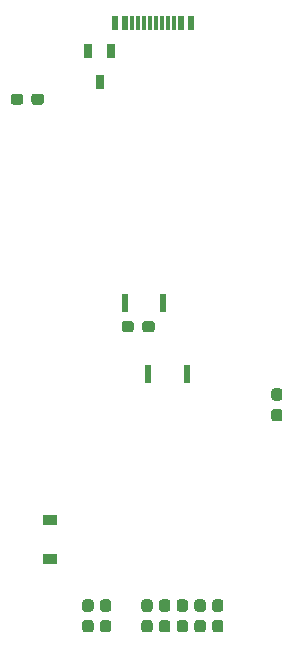
<source format=gbr>
%TF.GenerationSoftware,KiCad,Pcbnew,(5.99.0-2309-gaf729d578)*%
%TF.CreationDate,2020-07-18T18:02:02-04:00*%
%TF.ProjectId,mk2,6d6b322e-6b69-4636-9164-5f7063625858,rev?*%
%TF.SameCoordinates,Original*%
%TF.FileFunction,Paste,Bot*%
%TF.FilePolarity,Positive*%
%FSLAX46Y46*%
G04 Gerber Fmt 4.6, Leading zero omitted, Abs format (unit mm)*
G04 Created by KiCad (PCBNEW (5.99.0-2309-gaf729d578)) date 2020-07-18 18:02:02*
%MOMM*%
%LPD*%
G01*
G04 APERTURE LIST*
%ADD10R,0.600000X1.160000*%
%ADD11R,0.300000X1.160000*%
%ADD12R,0.550000X1.500000*%
%ADD13R,1.200000X0.900000*%
%ADD14R,0.650000X1.220000*%
G04 APERTURE END LIST*
D10*
%TO.C,J2*%
X28200000Y-16760000D03*
X27400000Y-16760000D03*
X21800000Y-16760000D03*
X22600000Y-16760000D03*
D11*
X26750000Y-16760000D03*
X25750000Y-16760000D03*
X26250000Y-16760000D03*
X23750000Y-16760000D03*
X23250000Y-16760000D03*
X25250000Y-16760000D03*
X24750000Y-16760000D03*
X24250000Y-16760000D03*
%TD*%
D12*
%TO.C,SW_BOOT1*%
X24625000Y-46500000D03*
X27875000Y-46500000D03*
%TD*%
%TO.C,SW_RESET1*%
X25875000Y-40500000D03*
X22625000Y-40500000D03*
%TD*%
%TO.C,R8*%
G36*
G01*
X20762500Y-67350000D02*
X21237500Y-67350000D01*
G75*
G02*
X21475000Y-67587500I0J-237500D01*
G01*
X21475000Y-68162500D01*
G75*
G02*
X21237500Y-68400000I-237500J0D01*
G01*
X20762500Y-68400000D01*
G75*
G02*
X20525000Y-68162500I0J237500D01*
G01*
X20525000Y-67587500D01*
G75*
G02*
X20762500Y-67350000I237500J0D01*
G01*
G37*
G36*
G01*
X20762500Y-65600000D02*
X21237500Y-65600000D01*
G75*
G02*
X21475000Y-65837500I0J-237500D01*
G01*
X21475000Y-66412500D01*
G75*
G02*
X21237500Y-66650000I-237500J0D01*
G01*
X20762500Y-66650000D01*
G75*
G02*
X20525000Y-66412500I0J237500D01*
G01*
X20525000Y-65837500D01*
G75*
G02*
X20762500Y-65600000I237500J0D01*
G01*
G37*
%TD*%
%TO.C,R7*%
G36*
G01*
X19262500Y-67350000D02*
X19737500Y-67350000D01*
G75*
G02*
X19975000Y-67587500I0J-237500D01*
G01*
X19975000Y-68162500D01*
G75*
G02*
X19737500Y-68400000I-237500J0D01*
G01*
X19262500Y-68400000D01*
G75*
G02*
X19025000Y-68162500I0J237500D01*
G01*
X19025000Y-67587500D01*
G75*
G02*
X19262500Y-67350000I237500J0D01*
G01*
G37*
G36*
G01*
X19262500Y-65600000D02*
X19737500Y-65600000D01*
G75*
G02*
X19975000Y-65837500I0J-237500D01*
G01*
X19975000Y-66412500D01*
G75*
G02*
X19737500Y-66650000I-237500J0D01*
G01*
X19262500Y-66650000D01*
G75*
G02*
X19025000Y-66412500I0J237500D01*
G01*
X19025000Y-65837500D01*
G75*
G02*
X19262500Y-65600000I237500J0D01*
G01*
G37*
%TD*%
%TO.C,R6*%
G36*
G01*
X23400000Y-42262500D02*
X23400000Y-42737500D01*
G75*
G02*
X23162500Y-42975000I-237500J0D01*
G01*
X22587500Y-42975000D01*
G75*
G02*
X22350000Y-42737500I0J237500D01*
G01*
X22350000Y-42262500D01*
G75*
G02*
X22587500Y-42025000I237500J0D01*
G01*
X23162500Y-42025000D01*
G75*
G02*
X23400000Y-42262500I0J-237500D01*
G01*
G37*
G36*
G01*
X25150000Y-42262500D02*
X25150000Y-42737500D01*
G75*
G02*
X24912500Y-42975000I-237500J0D01*
G01*
X24337500Y-42975000D01*
G75*
G02*
X24100000Y-42737500I0J237500D01*
G01*
X24100000Y-42262500D01*
G75*
G02*
X24337500Y-42025000I237500J0D01*
G01*
X24912500Y-42025000D01*
G75*
G02*
X25150000Y-42262500I0J-237500D01*
G01*
G37*
%TD*%
D13*
%TO.C,D3*%
X16250000Y-58850000D03*
X16250000Y-62150000D03*
%TD*%
D14*
%TO.C,D1*%
X20500000Y-21810000D03*
X21450000Y-19190000D03*
X19550000Y-19190000D03*
%TD*%
%TO.C,C20*%
G36*
G01*
X14725000Y-23487500D02*
X14725000Y-23012500D01*
G75*
G02*
X14962500Y-22775000I237500J0D01*
G01*
X15537500Y-22775000D01*
G75*
G02*
X15775000Y-23012500I0J-237500D01*
G01*
X15775000Y-23487500D01*
G75*
G02*
X15537500Y-23725000I-237500J0D01*
G01*
X14962500Y-23725000D01*
G75*
G02*
X14725000Y-23487500I0J237500D01*
G01*
G37*
G36*
G01*
X12975000Y-23487500D02*
X12975000Y-23012500D01*
G75*
G02*
X13212500Y-22775000I237500J0D01*
G01*
X13787500Y-22775000D01*
G75*
G02*
X14025000Y-23012500I0J-237500D01*
G01*
X14025000Y-23487500D01*
G75*
G02*
X13787500Y-23725000I-237500J0D01*
G01*
X13212500Y-23725000D01*
G75*
G02*
X12975000Y-23487500I0J237500D01*
G01*
G37*
%TD*%
%TO.C,C15*%
G36*
G01*
X26237500Y-66650000D02*
X25762500Y-66650000D01*
G75*
G02*
X25525000Y-66412500I0J237500D01*
G01*
X25525000Y-65837500D01*
G75*
G02*
X25762500Y-65600000I237500J0D01*
G01*
X26237500Y-65600000D01*
G75*
G02*
X26475000Y-65837500I0J-237500D01*
G01*
X26475000Y-66412500D01*
G75*
G02*
X26237500Y-66650000I-237500J0D01*
G01*
G37*
G36*
G01*
X26237500Y-68400000D02*
X25762500Y-68400000D01*
G75*
G02*
X25525000Y-68162500I0J237500D01*
G01*
X25525000Y-67587500D01*
G75*
G02*
X25762500Y-67350000I237500J0D01*
G01*
X26237500Y-67350000D01*
G75*
G02*
X26475000Y-67587500I0J-237500D01*
G01*
X26475000Y-68162500D01*
G75*
G02*
X26237500Y-68400000I-237500J0D01*
G01*
G37*
%TD*%
%TO.C,C12*%
G36*
G01*
X30737500Y-66650000D02*
X30262500Y-66650000D01*
G75*
G02*
X30025000Y-66412500I0J237500D01*
G01*
X30025000Y-65837500D01*
G75*
G02*
X30262500Y-65600000I237500J0D01*
G01*
X30737500Y-65600000D01*
G75*
G02*
X30975000Y-65837500I0J-237500D01*
G01*
X30975000Y-66412500D01*
G75*
G02*
X30737500Y-66650000I-237500J0D01*
G01*
G37*
G36*
G01*
X30737500Y-68400000D02*
X30262500Y-68400000D01*
G75*
G02*
X30025000Y-68162500I0J237500D01*
G01*
X30025000Y-67587500D01*
G75*
G02*
X30262500Y-67350000I237500J0D01*
G01*
X30737500Y-67350000D01*
G75*
G02*
X30975000Y-67587500I0J-237500D01*
G01*
X30975000Y-68162500D01*
G75*
G02*
X30737500Y-68400000I-237500J0D01*
G01*
G37*
%TD*%
%TO.C,C11*%
G36*
G01*
X29237500Y-66650000D02*
X28762500Y-66650000D01*
G75*
G02*
X28525000Y-66412500I0J237500D01*
G01*
X28525000Y-65837500D01*
G75*
G02*
X28762500Y-65600000I237500J0D01*
G01*
X29237500Y-65600000D01*
G75*
G02*
X29475000Y-65837500I0J-237500D01*
G01*
X29475000Y-66412500D01*
G75*
G02*
X29237500Y-66650000I-237500J0D01*
G01*
G37*
G36*
G01*
X29237500Y-68400000D02*
X28762500Y-68400000D01*
G75*
G02*
X28525000Y-68162500I0J237500D01*
G01*
X28525000Y-67587500D01*
G75*
G02*
X28762500Y-67350000I237500J0D01*
G01*
X29237500Y-67350000D01*
G75*
G02*
X29475000Y-67587500I0J-237500D01*
G01*
X29475000Y-68162500D01*
G75*
G02*
X29237500Y-68400000I-237500J0D01*
G01*
G37*
%TD*%
%TO.C,C10*%
G36*
G01*
X27737500Y-66650000D02*
X27262500Y-66650000D01*
G75*
G02*
X27025000Y-66412500I0J237500D01*
G01*
X27025000Y-65837500D01*
G75*
G02*
X27262500Y-65600000I237500J0D01*
G01*
X27737500Y-65600000D01*
G75*
G02*
X27975000Y-65837500I0J-237500D01*
G01*
X27975000Y-66412500D01*
G75*
G02*
X27737500Y-66650000I-237500J0D01*
G01*
G37*
G36*
G01*
X27737500Y-68400000D02*
X27262500Y-68400000D01*
G75*
G02*
X27025000Y-68162500I0J237500D01*
G01*
X27025000Y-67587500D01*
G75*
G02*
X27262500Y-67350000I237500J0D01*
G01*
X27737500Y-67350000D01*
G75*
G02*
X27975000Y-67587500I0J-237500D01*
G01*
X27975000Y-68162500D01*
G75*
G02*
X27737500Y-68400000I-237500J0D01*
G01*
G37*
%TD*%
%TO.C,C9*%
G36*
G01*
X24262500Y-67350000D02*
X24737500Y-67350000D01*
G75*
G02*
X24975000Y-67587500I0J-237500D01*
G01*
X24975000Y-68162500D01*
G75*
G02*
X24737500Y-68400000I-237500J0D01*
G01*
X24262500Y-68400000D01*
G75*
G02*
X24025000Y-68162500I0J237500D01*
G01*
X24025000Y-67587500D01*
G75*
G02*
X24262500Y-67350000I237500J0D01*
G01*
G37*
G36*
G01*
X24262500Y-65600000D02*
X24737500Y-65600000D01*
G75*
G02*
X24975000Y-65837500I0J-237500D01*
G01*
X24975000Y-66412500D01*
G75*
G02*
X24737500Y-66650000I-237500J0D01*
G01*
X24262500Y-66650000D01*
G75*
G02*
X24025000Y-66412500I0J237500D01*
G01*
X24025000Y-65837500D01*
G75*
G02*
X24262500Y-65600000I237500J0D01*
G01*
G37*
%TD*%
%TO.C,C6*%
G36*
G01*
X35737500Y-48775000D02*
X35262500Y-48775000D01*
G75*
G02*
X35025000Y-48537500I0J237500D01*
G01*
X35025000Y-47962500D01*
G75*
G02*
X35262500Y-47725000I237500J0D01*
G01*
X35737500Y-47725000D01*
G75*
G02*
X35975000Y-47962500I0J-237500D01*
G01*
X35975000Y-48537500D01*
G75*
G02*
X35737500Y-48775000I-237500J0D01*
G01*
G37*
G36*
G01*
X35737500Y-50525000D02*
X35262500Y-50525000D01*
G75*
G02*
X35025000Y-50287500I0J237500D01*
G01*
X35025000Y-49712500D01*
G75*
G02*
X35262500Y-49475000I237500J0D01*
G01*
X35737500Y-49475000D01*
G75*
G02*
X35975000Y-49712500I0J-237500D01*
G01*
X35975000Y-50287500D01*
G75*
G02*
X35737500Y-50525000I-237500J0D01*
G01*
G37*
%TD*%
M02*

</source>
